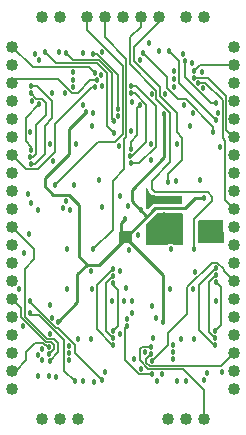
<source format=gbl>
G04 Layer: BottomLayer*
G04 EasyEDA v6.5.22, 2023-04-03 13:48:28*
G04 438ef6ab04534b949e8f413d785863a0,3cec5f453c3247449836eb28e2eac2c3,10*
G04 Gerber Generator version 0.2*
G04 Scale: 100 percent, Rotated: No, Reflected: No *
G04 Dimensions in inches *
G04 leading zeros omitted , absolute positions ,3 integer and 6 decimal *
%FSLAX36Y36*%
%MOIN*%

%ADD10C,0.0058*%
%ADD11C,0.0100*%
%ADD12C,0.0400*%
%ADD13C,0.0180*%

%LPD*%
G36*
X491140Y777480D02*
G01*
X489540Y777900D01*
X488240Y778920D01*
X487480Y780380D01*
X486880Y782420D01*
X485920Y784380D01*
X485500Y786160D01*
X485500Y843520D01*
X485800Y845020D01*
X486620Y846300D01*
X487879Y847159D01*
X489360Y847500D01*
X490880Y847260D01*
X492180Y846480D01*
X493380Y844680D01*
X494560Y841180D01*
X495940Y838760D01*
X497340Y837120D01*
X508579Y825879D01*
X510880Y824040D01*
X513320Y822800D01*
X516000Y822060D01*
X518160Y821900D01*
X603500Y821900D01*
X605040Y821600D01*
X606320Y820720D01*
X607200Y819440D01*
X607500Y817900D01*
X607500Y800600D01*
X607200Y799060D01*
X606320Y797780D01*
X605040Y796900D01*
X603500Y796600D01*
X518600Y796600D01*
X515439Y796280D01*
X512600Y795420D01*
X509960Y794020D01*
X507520Y792000D01*
X494140Y778640D01*
X492760Y777740D01*
G37*

%LPD*%
G36*
X664100Y665000D02*
G01*
X662560Y665300D01*
X661280Y666180D01*
X660400Y667460D01*
X660100Y669000D01*
X660100Y736919D01*
X660400Y738439D01*
X661280Y739740D01*
X663860Y742320D01*
X665160Y743199D01*
X666680Y743500D01*
X740580Y743500D01*
X742099Y743199D01*
X743379Y742360D01*
X744260Y741080D01*
X744580Y739580D01*
X745920Y669080D01*
X745639Y667520D01*
X744780Y666200D01*
X743480Y665320D01*
X741919Y665000D01*
G37*

%LPD*%
G36*
X401500Y664500D02*
G01*
X399960Y664800D01*
X398680Y665680D01*
X397800Y666960D01*
X397500Y668500D01*
X397500Y700500D01*
X397800Y702039D01*
X398680Y703319D01*
X399960Y704200D01*
X401500Y704500D01*
X436000Y704500D01*
X437540Y704200D01*
X438820Y703319D01*
X439700Y702039D01*
X440000Y700500D01*
X440000Y668500D01*
X439700Y666960D01*
X438820Y665680D01*
X437540Y664800D01*
X436000Y664500D01*
G37*

%LPD*%
G36*
X490060Y658000D02*
G01*
X488519Y658319D01*
X487220Y659200D01*
X486340Y660520D01*
X486060Y662080D01*
X487260Y727180D01*
X487580Y728660D01*
X488420Y729920D01*
X523519Y765020D01*
X524820Y765900D01*
X526360Y766200D01*
X605500Y766200D01*
X607040Y765900D01*
X608320Y765020D01*
X609200Y763740D01*
X609500Y762200D01*
X609500Y662000D01*
X609200Y660460D01*
X608320Y659180D01*
X607040Y658300D01*
X605500Y658000D01*
X583540Y658000D01*
X582100Y658280D01*
X577560Y661180D01*
X574240Y662460D01*
X570780Y663100D01*
X567240Y663100D01*
X563760Y662460D01*
X560440Y661180D01*
X555900Y658280D01*
X554460Y658000D01*
G37*

%LPD*%
D10*
X561999Y868499D02*
G01*
X561999Y894499D01*
X608501Y941001D01*
X608501Y1016997D01*
X588998Y1036498D01*
X588998Y1098998D01*
X533998Y1153998D01*
X533998Y1183998D01*
X447500Y1270500D01*
X447500Y1318000D01*
X530000Y1400500D01*
X530000Y1420000D01*
X184000Y860000D02*
G01*
X326999Y1003000D01*
X383000Y1003000D01*
X410000Y1030000D01*
X410000Y1255999D01*
X290000Y1375999D01*
X290000Y1420000D01*
X394000Y1113000D02*
G01*
X394000Y1225500D01*
X323499Y1295999D01*
X311999Y1295999D01*
D11*
X193000Y403000D02*
G01*
X258000Y468000D01*
X258000Y560999D01*
X290500Y593499D01*
X330500Y593499D01*
X419000Y681999D01*
D10*
X424000Y389000D02*
G01*
X418000Y383000D01*
X418000Y275000D01*
X464000Y229000D01*
X508000Y229000D01*
D11*
X418499Y745999D02*
G01*
X405000Y732500D01*
X405000Y696001D01*
X418998Y681999D01*
D10*
X380000Y1071999D02*
G01*
X374000Y1078000D01*
X374000Y1230999D01*
X329000Y1275999D01*
X244000Y1275999D01*
X220000Y1300000D01*
X380000Y1031999D02*
G01*
X355999Y1055999D01*
X355999Y1230999D01*
X323000Y1264000D01*
X188000Y1264000D01*
X149000Y1303000D01*
X646999Y1216999D02*
G01*
X693000Y1216999D01*
X753000Y1156999D01*
X753000Y1043000D01*
X776000Y1020000D01*
X780000Y1020000D01*
X646999Y1239000D02*
G01*
X668000Y1260000D01*
X780000Y1260000D01*
X380000Y1071999D02*
G01*
X374000Y1071999D01*
X394000Y1113000D02*
G01*
X390000Y1113000D01*
X716999Y325000D02*
G01*
X714000Y325000D01*
X664000Y375000D01*
X664000Y525000D01*
X720000Y580999D01*
X617100Y1265900D02*
G01*
X617100Y1271100D01*
X315999Y1231999D02*
G01*
X296999Y1250999D01*
X109000Y1250999D01*
X40000Y1320000D01*
X99000Y473000D02*
G01*
X99000Y469000D01*
X40000Y1200000D02*
G01*
X53000Y1213000D01*
X193000Y1213000D01*
X239000Y1166999D01*
X259000Y1166999D01*
X300000Y1208000D01*
X324000Y1208000D01*
X249000Y205000D02*
G01*
X214000Y240000D01*
X214000Y340500D01*
X129499Y425000D01*
X106999Y425000D01*
X99000Y433000D01*
X164000Y295999D02*
G01*
X180000Y311999D01*
X180000Y326500D01*
X170000Y336500D01*
X152500Y336500D01*
X70000Y419000D01*
X70000Y450000D01*
X40000Y480000D01*
X164000Y319000D02*
G01*
X160500Y319000D01*
X154969Y324529D01*
X151469Y324529D01*
X148470Y327530D01*
X146559Y327530D01*
X143589Y330500D01*
X115999Y330500D01*
X86500Y300999D01*
X86500Y274000D01*
X52500Y240000D01*
X40000Y240000D01*
X165999Y273000D02*
G01*
X194000Y300999D01*
X194000Y331999D01*
X179499Y346500D01*
X156500Y346500D01*
X83000Y420000D01*
X83000Y580000D01*
X114000Y610999D01*
X114000Y645999D01*
X40000Y720000D01*
X780000Y300000D02*
G01*
X735999Y255999D01*
X499499Y255999D01*
X488499Y266999D01*
X488499Y278499D01*
X504000Y294000D01*
X504000Y295000D01*
X504000Y319000D02*
G01*
X503000Y320000D01*
X474499Y320000D01*
X465500Y310999D01*
X465500Y275000D01*
X494499Y245999D01*
X610500Y245999D01*
X680000Y176500D01*
X680000Y80000D01*
X340000Y210000D02*
G01*
X250999Y299000D01*
X250999Y326999D01*
X195000Y383000D01*
X185500Y383000D01*
X99000Y469499D01*
X99000Y473000D01*
D11*
X548000Y1096999D02*
G01*
X548000Y950500D01*
X440000Y842500D01*
X440000Y804600D01*
X490799Y753800D01*
X286999Y1101999D02*
G01*
X230999Y1045999D01*
X230999Y963000D01*
X149000Y880999D01*
X149000Y854000D01*
X175999Y826999D01*
X229000Y826999D01*
X264000Y791999D01*
X264000Y620500D01*
X290999Y593499D01*
X318499Y593499D01*
D10*
X505999Y271999D02*
G01*
X560500Y326500D01*
X560500Y364000D01*
X624499Y428000D01*
X624499Y519000D01*
X705500Y600000D01*
X725000Y600000D01*
X747500Y577500D01*
X747500Y572500D01*
X780000Y540000D01*
X378000Y326999D02*
G01*
X375000Y326999D01*
X323000Y379000D01*
X323000Y525999D01*
X376999Y580000D01*
X375999Y373000D02*
G01*
X392500Y389499D01*
X392500Y509499D01*
X376999Y525000D01*
X376999Y533000D01*
X375999Y350000D02*
G01*
X353000Y373000D01*
X353000Y531999D01*
X376999Y555999D01*
X718000Y373000D02*
G01*
X736500Y391500D01*
X736500Y519499D01*
X721999Y534000D01*
X718000Y349000D02*
G01*
X698000Y369000D01*
X698000Y534000D01*
X721999Y558000D01*
X131999Y1128000D02*
G01*
X85999Y1081999D01*
X85999Y1004000D01*
X104000Y985999D01*
X104000Y975000D01*
X40000Y960000D02*
G01*
X88000Y911999D01*
X128000Y911999D01*
X184499Y968499D01*
X184499Y1060500D01*
X308000Y1184000D01*
X315999Y1184000D01*
X103000Y1190000D02*
G01*
X124000Y1190000D01*
X175000Y1139000D01*
X175000Y1080999D01*
X149000Y1055000D01*
X149000Y961500D01*
X115500Y928000D01*
X105000Y928000D01*
X104000Y1164000D02*
G01*
X121999Y1145999D01*
X139499Y1145999D01*
X152500Y1133000D01*
X152500Y1090500D01*
X121999Y1060000D01*
X121999Y961999D01*
X111999Y951999D01*
X99000Y951999D01*
X465999Y1124000D02*
G01*
X457500Y1115500D01*
X457500Y1025000D01*
X435999Y1003499D01*
X435999Y978000D01*
X438000Y1164000D02*
G01*
X449000Y1164000D01*
X485999Y1126999D01*
X485999Y1001999D01*
X440000Y955999D01*
X434000Y955999D01*
X438000Y1188000D02*
G01*
X454499Y1188000D01*
X520500Y1121999D01*
X520500Y986500D01*
X465000Y930999D01*
X435999Y930999D01*
X721999Y1131999D02*
G01*
X702500Y1131999D01*
X617100Y1217399D01*
X617100Y1271100D01*
X720000Y1075999D02*
G01*
X595999Y1200000D01*
X595999Y1272899D01*
X563499Y1305500D01*
X711999Y1035999D02*
G01*
X711999Y1052500D01*
X620000Y1144499D01*
X594499Y1144499D01*
X558000Y1180999D01*
X558000Y1220000D01*
X478000Y1300000D01*
X470000Y1420000D02*
G01*
X470000Y1386999D01*
X434000Y1350999D01*
X434000Y1260999D01*
X521999Y1173000D01*
X521999Y1145500D01*
X568000Y1099499D01*
X568000Y934499D01*
X506500Y873000D01*
X506500Y846500D01*
X518000Y835000D01*
X692500Y835000D01*
X708000Y819499D01*
X708000Y805000D01*
X646999Y744000D01*
X646999Y646999D01*
X310999Y644000D02*
G01*
X375999Y709000D01*
X375999Y871999D01*
X415000Y910999D01*
X415000Y1011999D01*
X421999Y1019000D01*
X421999Y1280000D01*
X350000Y1351999D01*
X350000Y1420000D01*
X660000Y1199000D02*
G01*
X685000Y1199000D01*
X743000Y1140999D01*
X743000Y1015000D01*
X750999Y1006999D01*
X750999Y809000D01*
X780000Y780000D01*
D11*
X678899Y814600D02*
G01*
X650399Y814600D01*
X617199Y781399D01*
X518400Y781399D01*
X419000Y681999D01*
X419000Y681999D02*
G01*
X543000Y558000D01*
X543000Y403000D01*
D12*
G01*
X40000Y1320000D03*
G01*
X40000Y1260000D03*
G01*
X40000Y1020000D03*
G01*
X40000Y780000D03*
G01*
X40000Y1140000D03*
G01*
X40000Y1200000D03*
G01*
X40000Y1080000D03*
G01*
X200000Y1420000D03*
G01*
X290000Y1420000D03*
G01*
X530000Y1420000D03*
G01*
X350000Y1420000D03*
G01*
X470000Y1420000D03*
G01*
X410000Y1420000D03*
G01*
X140000Y1420000D03*
G01*
X40000Y720000D03*
G01*
X40000Y840000D03*
G01*
X40000Y960000D03*
G01*
X40000Y900000D03*
G01*
X40000Y660000D03*
G01*
X40000Y540000D03*
G01*
X40000Y600000D03*
G01*
X40000Y480000D03*
G01*
X40000Y420000D03*
G01*
X40000Y300000D03*
G01*
X40000Y360000D03*
G01*
X260000Y80000D03*
G01*
X140000Y80000D03*
G01*
X200000Y80000D03*
G01*
X40000Y240000D03*
G01*
X40000Y180000D03*
G01*
X620000Y80000D03*
G01*
X680000Y80000D03*
G01*
X560000Y80000D03*
G01*
X680000Y1420000D03*
G01*
X620000Y1420000D03*
G01*
X780000Y1260000D03*
G01*
X780000Y1320000D03*
G01*
X780000Y1200000D03*
G01*
X780000Y1140000D03*
G01*
X780000Y1020000D03*
G01*
X780000Y1080000D03*
G01*
X780000Y960000D03*
G01*
X780000Y900000D03*
G01*
X780000Y780000D03*
G01*
X780000Y840000D03*
G01*
X780000Y180000D03*
G01*
X780000Y240000D03*
G01*
X780000Y300000D03*
G01*
X780000Y360000D03*
G01*
X780000Y420000D03*
G01*
X780000Y480000D03*
G01*
X780000Y540000D03*
G01*
X780000Y600000D03*
G01*
X780000Y720000D03*
G01*
X780000Y660000D03*
D13*
G01*
X168000Y995999D03*
G01*
X104000Y975000D03*
G01*
X99000Y951999D03*
G01*
X105000Y928000D03*
G01*
X103000Y1190000D03*
G01*
X104000Y1164000D03*
G01*
X131999Y1128000D03*
G01*
X311999Y1100000D03*
G01*
X308000Y1055999D03*
G01*
X380000Y1031999D03*
G01*
X380000Y1071999D03*
G01*
X394000Y1113000D03*
G01*
X393000Y1090000D03*
G01*
X248000Y860000D03*
G01*
X278719Y1124899D03*
G01*
X218000Y1164000D03*
G01*
X101999Y1035500D03*
G01*
X198000Y1303000D03*
G01*
X275999Y1298000D03*
G01*
X131999Y1275999D03*
G01*
X315999Y1231999D03*
G01*
X324000Y1208000D03*
G01*
X315999Y1184000D03*
G01*
X255000Y995999D03*
G01*
X311999Y1295999D03*
G01*
X220000Y1300000D03*
G01*
X148969Y1303029D03*
G01*
X340000Y1188000D03*
G01*
X331999Y875999D03*
G01*
X465999Y1124000D03*
G01*
X438000Y1164000D03*
G01*
X438000Y1188000D03*
G01*
X435999Y978000D03*
G01*
X434000Y955999D03*
G01*
X435999Y930999D03*
G01*
X634000Y1055999D03*
G01*
X644000Y1098000D03*
G01*
X465999Y1275999D03*
G01*
X478000Y1300000D03*
G01*
X530000Y1304000D03*
G01*
X563460Y1305459D03*
G01*
X610000Y1295999D03*
G01*
X665999Y875999D03*
G01*
X585999Y871999D03*
G01*
X720000Y1075999D03*
G01*
X711999Y1035999D03*
G01*
X721999Y1131999D03*
G01*
X617100Y1271100D03*
G01*
X646999Y1239000D03*
G01*
X646999Y1216999D03*
G01*
X660000Y1199000D03*
G01*
X184000Y860000D03*
G01*
X726999Y1099000D03*
G01*
X615199Y1124899D03*
G01*
X676100Y1181100D03*
G01*
X733099Y987100D03*
G01*
X505000Y940999D03*
G01*
X504499Y995000D03*
G01*
X589099Y995100D03*
G01*
X580000Y1185999D03*
G01*
X173000Y1164000D03*
G01*
X245000Y1210000D03*
G01*
X580000Y1211999D03*
G01*
X580000Y1238000D03*
G01*
X178000Y939000D03*
G01*
X286999Y1101999D03*
G01*
X720000Y471999D03*
G01*
X721999Y534000D03*
G01*
X721999Y558000D03*
G01*
X720000Y580999D03*
G01*
X508000Y456999D03*
G01*
X521999Y415000D03*
G01*
X646999Y646999D03*
G01*
X716999Y325000D03*
G01*
X718000Y349000D03*
G01*
X718000Y373000D03*
G01*
X504000Y319000D03*
G01*
X504000Y295000D03*
G01*
X505999Y271999D03*
G01*
X680000Y209000D03*
G01*
X591999Y205000D03*
G01*
X620000Y205000D03*
G01*
X540000Y229000D03*
G01*
X508000Y229000D03*
G01*
X691999Y233000D03*
G01*
X441999Y433000D03*
G01*
X424000Y389000D03*
G01*
X441999Y473000D03*
G01*
X578000Y301999D03*
G01*
X578000Y325000D03*
G01*
X576999Y279000D03*
G01*
X510000Y350000D03*
G01*
X644000Y513000D03*
G01*
X565999Y512500D03*
G01*
X649499Y569499D03*
G01*
X420000Y516999D03*
G01*
X424000Y413000D03*
G01*
X310999Y644000D03*
G01*
X168000Y460000D03*
G01*
X174000Y416999D03*
G01*
X99000Y473000D03*
G01*
X99000Y433000D03*
G01*
X376999Y580000D03*
G01*
X376999Y555999D03*
G01*
X376999Y533000D03*
G01*
X373499Y470999D03*
G01*
X378000Y326999D03*
G01*
X375999Y350000D03*
G01*
X375999Y373000D03*
G01*
X351999Y234000D03*
G01*
X340000Y210000D03*
G01*
X278000Y205000D03*
G01*
X249000Y205000D03*
G01*
X185500Y219000D03*
G01*
X163499Y220999D03*
G01*
X165999Y273000D03*
G01*
X164000Y295999D03*
G01*
X164000Y319000D03*
G01*
X193000Y403000D03*
G01*
X543000Y403000D03*
G01*
X306999Y512500D03*
G01*
X223000Y513000D03*
G01*
X304499Y570999D03*
G01*
X225000Y645000D03*
G01*
X79000Y630500D03*
G01*
X230999Y321999D03*
G01*
X230999Y299000D03*
G01*
X230999Y275999D03*
G01*
X461500Y690500D03*
G01*
X569000Y644000D03*
G01*
X548000Y1096999D03*
G01*
X399000Y570999D03*
G01*
X438499Y1039000D03*
G01*
X166500Y362500D03*
G01*
X340999Y784000D03*
G01*
X234000Y775000D03*
G01*
X402040Y823000D03*
G01*
X126999Y292500D03*
G01*
X445999Y278000D03*
G01*
X505999Y1163000D03*
G01*
X551999Y1163000D03*
G01*
X245000Y1234000D03*
G01*
X245000Y1185999D03*
G01*
X303000Y345000D03*
G01*
X259000Y345000D03*
G01*
X605000Y344000D03*
G01*
X646999Y344000D03*
G01*
X125999Y223000D03*
G01*
X674000Y1235999D03*
G01*
X338000Y1225999D03*
G01*
X140999Y310999D03*
G01*
X483000Y303000D03*
G01*
X469000Y775500D03*
G01*
X418499Y745999D03*
G01*
X76500Y388499D03*
G01*
X95500Y695999D03*
G01*
X95000Y829000D03*
G01*
X105000Y798000D03*
G01*
X126999Y775999D03*
G01*
X220500Y805500D03*
G01*
X141500Y274000D03*
G01*
X469499Y246500D03*
G01*
X641500Y1264000D03*
G01*
X678899Y814549D03*
G01*
X678899Y696439D03*
G01*
X398049Y989380D03*
G01*
X727500Y697440D03*
G01*
X64000Y511999D03*
G01*
X430999Y640999D03*
G01*
X415000Y472500D03*
G01*
X513600Y814000D03*
G01*
X568499Y813499D03*
G01*
X514499Y686500D03*
G01*
X568499Y684000D03*
G01*
X546999Y758499D03*
G01*
X590000Y756500D03*
G01*
X428499Y787500D03*
G01*
X210000Y781999D03*
G01*
X314499Y203000D03*
G01*
X523499Y206500D03*
G01*
X740999Y235500D03*
G01*
X400000Y360500D03*
G01*
X440000Y1134000D03*
G01*
X496500Y1330999D03*
G01*
X341999Y1300500D03*
G01*
X116500Y1296500D03*
G01*
X106500Y1138000D03*
G01*
X561999Y868499D03*
M02*

</source>
